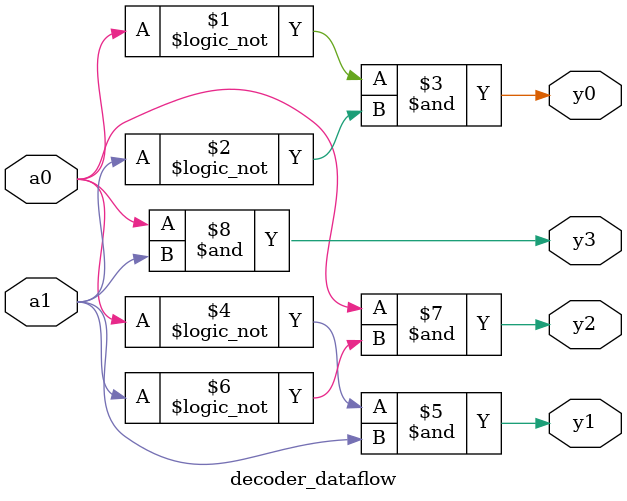
<source format=v>

module decoder_dataflow(a0,a1,y0,y1,y2,y3 );
input a0,a1;
output y0,y1,y2,y3;
assign y0=((!a0)&(!a1));
assign y1=((!a0)&(a1));
assign y2=((a0)&(!a1));
assign y3=((a0)&(a1));
endmodule

</source>
